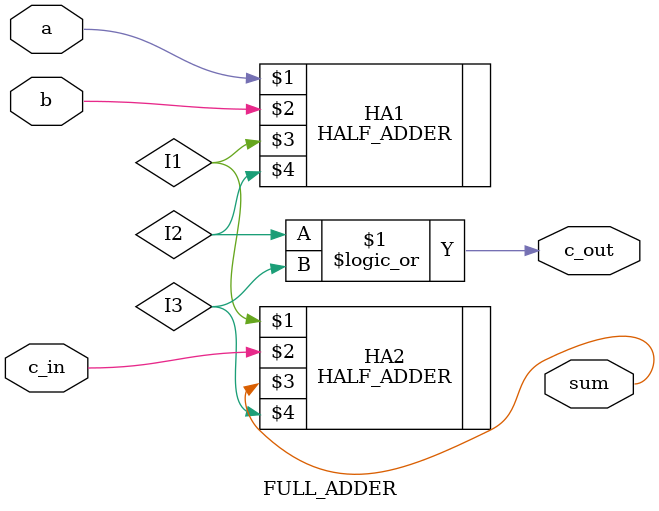
<source format=v>
`timescale 1ns / 1ps

module FULL_ADDER( 
input wire a,b,c_in,
output wire sum,c_out
);
    
wire I1,I2,I3;

HALF_ADDER HA1(a,b,I1,I2);
HALF_ADDER HA2(I1,c_in,sum,I3);

assign c_out = I2 || I3;

endmodule 



</source>
